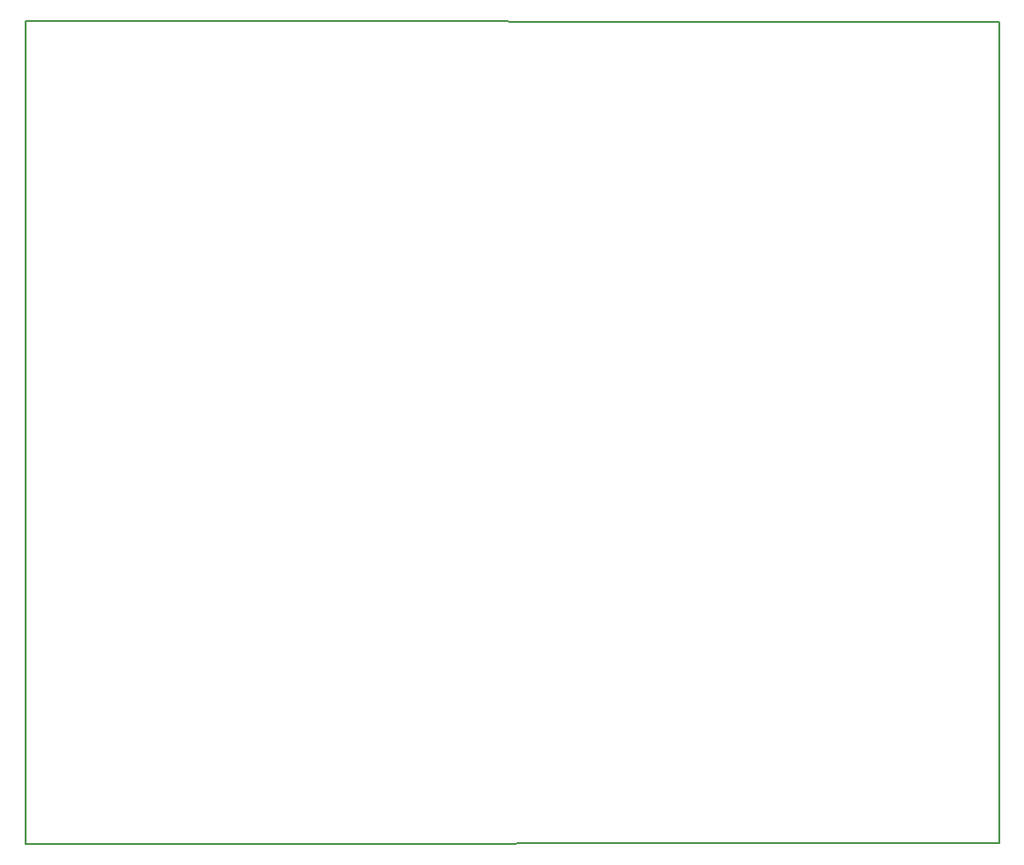
<source format=gbr>
%TF.GenerationSoftware,KiCad,Pcbnew,(5.1.10)-1*%
%TF.CreationDate,2021-11-06T18:59:30+11:00*%
%TF.ProjectId,pannel_subboard,70616e6e-656c-45f7-9375-62626f617264,rev?*%
%TF.SameCoordinates,Original*%
%TF.FileFunction,Profile,NP*%
%FSLAX46Y46*%
G04 Gerber Fmt 4.6, Leading zero omitted, Abs format (unit mm)*
G04 Created by KiCad (PCBNEW (5.1.10)-1) date 2021-11-06 18:59:30*
%MOMM*%
%LPD*%
G01*
G04 APERTURE LIST*
%TA.AperFunction,Profile*%
%ADD10C,0.150000*%
%TD*%
G04 APERTURE END LIST*
D10*
X162560000Y-57835000D02*
X72390000Y-57820000D01*
X162560000Y-134020000D02*
X162560000Y-57835000D01*
X72390000Y-134035000D02*
X162560000Y-134020000D01*
X72390000Y-57820000D02*
X72390000Y-134035000D01*
M02*

</source>
